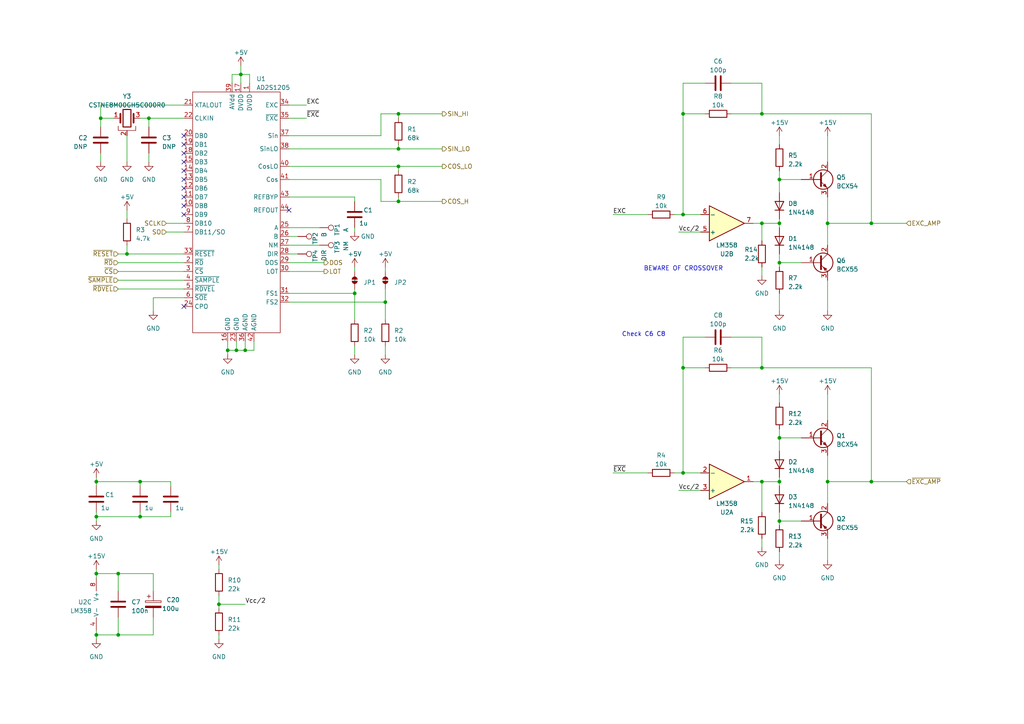
<source format=kicad_sch>
(kicad_sch (version 20230121) (generator eeschema)
  (paper "A4")
  (lib_symbols
    (symbol "Amplifier_Operational:LM358" (pin_names (offset 0.127))
      (property "Reference" "U" (at 0 5.08 0))
      (property "Value" "LM358" (at 0 -5.08 0))
      (symbol "LM358_1_1"
        (polyline (pts (xy -5.08 5.08) (xy 5.08 0) (xy -5.08 -5.08) (xy -5.08 5.08)) (stroke (width 0.254)) (fill (type background)))
        (pin output line (at 7.62 0 180) (length 2.54) (name "~") (number "1"))
        (pin input line (at -7.62 -2.54 0) (length 2.54) (name "-") (number "2"))
        (pin input line (at -7.62 2.54 0) (length 2.54) (name "+") (number "3"))
      )
      (symbol "LM358_2_1"
        (polyline (pts (xy -5.08 5.08) (xy 5.08 0) (xy -5.08 -5.08) (xy -5.08 5.08)) (stroke (width 0.254)) (fill (type background)))
        (pin input line (at -7.62 2.54 0) (length 2.54) (name "+") (number "5"))
        (pin input line (at -7.62 -2.54 0) (length 2.54) (name "-") (number "6"))
        (pin output line (at 7.62 0 180) (length 2.54) (name "~") (number "7"))
      )
      (symbol "LM358_3_1"
        (pin power_in line (at -2.54 -7.62 90) (length 3.81) (name "V-") (number "4"))
        (pin power_in line (at -2.54 7.62 270) (length 3.81) (name "V+") (number "8"))
      )
    )
    (symbol "Connector:TestPoint" (pin_numbers hide) (pin_names (offset 0.762) hide)
      (property "Reference" "TP" (at 0 6.858 0))
      (property "Value" "TestPoint" (at 0 5.08 0))
      (symbol "TestPoint_0_1"
        (circle (center 0 3.302) (radius 0.762))
      )
      (symbol "TestPoint_1_1"
        (pin passive line (at 0 0 90) (length 2.54) (name "1") (number "1"))
      )
    )
    (symbol "Device:C" (pin_numbers hide) (pin_names (offset 0.254))
      (property "Reference" "C" (at 0.635 2.54 0))
      (property "Value" "C" (at 0.635 -2.54 0))
      (symbol "C_0_1"
        (polyline (pts (xy -2.032 -0.762) (xy 2.032 -0.762)) (stroke (width 0.508)))
        (polyline (pts (xy -2.032 0.762) (xy 2.032 0.762)) (stroke (width 0.508)))
      )
      (symbol "C_1_1"
        (pin passive line (at 0 3.81 270) (length 2.794) (name "~") (number "1"))
        (pin passive line (at 0 -3.81 90) (length 2.794) (name "~") (number "2"))
      )
    )
    (symbol "Device:C_Polarized" (pin_numbers hide) (pin_names (offset 0.254))
      (property "Reference" "C" (at 0.635 2.54 0))
      (property "Value" "C_Polarized" (at 0.635 -2.54 0))
      (symbol "C_Polarized_0_1"
        (rectangle (start -2.286 0.508) (end 2.286 1.016))
        (polyline (pts (xy -1.778 2.286) (xy -0.762 2.286)))
        (polyline (pts (xy -1.27 2.794) (xy -1.27 1.778)))
        (rectangle (start 2.286 -0.508) (end -2.286 -1.016) (fill (type outline)))
      )
      (symbol "C_Polarized_1_1"
        (pin passive line (at 0 3.81 270) (length 2.794) (name "~") (number "1"))
        (pin passive line (at 0 -3.81 90) (length 2.794) (name "~") (number "2"))
      )
    )
    (symbol "Device:Crystal_GND2" (pin_names (offset 1.016) hide)
      (property "Reference" "Y" (at 0 5.715 0))
      (property "Value" "Crystal_GND2" (at 0 3.81 0))
      (symbol "Crystal_GND2_0_1"
        (rectangle (start -1.143 2.54) (end 1.143 -2.54) (stroke (width 0.3048)))
        (polyline (pts (xy -2.54 0) (xy -1.905 0)))
        (polyline (pts (xy -1.905 -1.27) (xy -1.905 1.27)) (stroke (width 0.508)))
        (polyline (pts (xy 0 -3.81) (xy 0 -3.556)))
        (polyline (pts (xy 1.905 0) (xy 2.54 0)))
        (polyline (pts (xy 1.905 1.27) (xy 1.905 -1.27)) (stroke (width 0.508)))
        (polyline (pts (xy -2.54 -2.286) (xy -2.54 -3.556) (xy 2.54 -3.556) (xy 2.54 -2.286)))
      )
      (symbol "Crystal_GND2_1_1"
        (pin passive line (at -3.81 0 0) (length 1.27) (name "1") (number "1"))
        (pin passive line (at 0 -5.08 90) (length 1.27) (name "2") (number "2"))
        (pin passive line (at 3.81 0 180) (length 1.27) (name "3") (number "3"))
      )
    )
    (symbol "Device:Q_NPN_BCE" (pin_names (offset 0) hide)
      (property "Reference" "Q" (at 5.08 1.27 0))
      (property "Value" "Q_NPN_BCE" (at 5.08 -1.27 0))
      (symbol "Q_NPN_BCE_0_1"
        (polyline (pts (xy 0.635 0.635) (xy 2.54 2.54)))
        (polyline (pts (xy 0.635 -0.635) (xy 2.54 -2.54) (xy 2.54 -2.54)))
        (polyline (pts (xy 0.635 1.905) (xy 0.635 -1.905) (xy 0.635 -1.905)) (stroke (width 0.508)))
        (polyline (pts (xy 1.27 -1.778) (xy 1.778 -1.27) (xy 2.286 -2.286) (xy 1.27 -1.778) (xy 1.27 -1.778)) (fill (type outline)))
        (circle (center 1.27 0) (radius 2.8194) (stroke (width 0.254)))
      )
      (symbol "Q_NPN_BCE_1_1"
        (pin input line (at -5.08 0 0) (length 5.715) (name "B") (number "1"))
        (pin passive line (at 2.54 5.08 270) (length 2.54) (name "C") (number "2"))
        (pin passive line (at 2.54 -5.08 90) (length 2.54) (name "E") (number "3"))
      )
    )
    (symbol "Device:Q_PNP_BCE" (pin_names (offset 0) hide)
      (property "Reference" "Q" (at 5.08 1.27 0))
      (property "Value" "Q_PNP_BCE" (at 5.08 -1.27 0))
      (symbol "Q_PNP_BCE_0_1"
        (polyline (pts (xy 0.635 0.635) (xy 2.54 2.54)))
        (polyline (pts (xy 0.635 -0.635) (xy 2.54 -2.54) (xy 2.54 -2.54)))
        (polyline (pts (xy 0.635 1.905) (xy 0.635 -1.905) (xy 0.635 -1.905)) (stroke (width 0.508)))
        (polyline (pts (xy 2.286 -1.778) (xy 1.778 -2.286) (xy 1.27 -1.27) (xy 2.286 -1.778) (xy 2.286 -1.778)) (fill (type outline)))
        (circle (center 1.27 0) (radius 2.8194) (stroke (width 0.254)))
      )
      (symbol "Q_PNP_BCE_1_1"
        (pin input line (at -5.08 0 0) (length 5.715) (name "B") (number "1"))
        (pin passive line (at 2.54 5.08 270) (length 2.54) (name "C") (number "2"))
        (pin passive line (at 2.54 -5.08 90) (length 2.54) (name "E") (number "3"))
      )
    )
    (symbol "Device:R" (pin_numbers hide) (pin_names (offset 0))
      (property "Reference" "R" (at 2.032 0 90))
      (property "Value" "R" (at 0 0 90))
      (symbol "R_0_1"
        (rectangle (start -1.016 -2.54) (end 1.016 2.54) (stroke (width 0.254)))
      )
      (symbol "R_1_1"
        (pin passive line (at 0 3.81 270) (length 1.27) (name "~") (number "1"))
        (pin passive line (at 0 -3.81 90) (length 1.27) (name "~") (number "2"))
      )
    )
    (symbol "MEMS_Discrete_Semiconductors:D_1N4148WS-SOD323" (pin_numbers hide) (pin_names (offset 1.016) hide)
      (property "Reference" "D" (at 0 2.54 0))
      (property "Value" "1N4148" (at 0 -2.54 0))
      (symbol "D_1N4148WS-SOD323_0_1"
        (polyline (pts (xy -1.27 1.27) (xy -1.27 -1.27)) (stroke (width 0.254)))
        (polyline (pts (xy 1.27 0) (xy -1.27 0)))
        (polyline (pts (xy 1.27 1.27) (xy 1.27 -1.27) (xy -1.27 0) (xy 1.27 1.27)) (stroke (width 0.254)))
      )
      (symbol "D_1N4148WS-SOD323_1_1"
        (pin passive line (at -3.81 0 0) (length 2.54) (name "K") (number "1"))
        (pin passive line (at 3.81 0 180) (length 2.54) (name "A") (number "2"))
      )
    )
    (symbol "MEMS_IC:AD2S1205"
      (property "Reference" "U" (at 1.27 36.83 90))
      (property "Value" "AD2S1205" (at 1.27 36.83 90))
      (symbol "AD2S1205_0_1"
        (rectangle (start -13.97 35.56) (end 11.43 -34.29))
        (rectangle (start 11.43 -34.29) (end 11.43 -34.29))
      )
      (symbol "AD2S1205_1_1"
        (pin power_in line (at 2.54 38.1 270) (length 2.54) (name "DVDD") (number "1"))
        (pin input line (at -16.51 2.54 0) (length 2.54) (name "DB8") (number "10"))
        (pin input line (at -16.51 5.08 0) (length 2.54) (name "DB7") (number "11"))
        (pin input line (at -16.51 7.62 0) (length 2.54) (name "DB6") (number "12"))
        (pin input line (at -16.51 10.16 0) (length 2.54) (name "DB5") (number "13"))
        (pin input line (at -16.51 12.7 0) (length 2.54) (name "DB4") (number "14"))
        (pin input line (at -16.51 15.24 0) (length 2.54) (name "DB3") (number "15"))
        (pin power_in line (at -3.81 -36.83 90) (length 2.54) (name "GND") (number "16"))
        (pin power_in line (at 0 38.1 270) (length 2.54) (name "DVDD") (number "17"))
        (pin input line (at -16.51 17.78 0) (length 2.54) (name "DB2") (number "18"))
        (pin input line (at -16.51 20.32 0) (length 2.54) (name "DB1") (number "19"))
        (pin input line (at -16.51 -13.97 0) (length 2.54) (name "~{RD}") (number "2"))
        (pin input line (at -16.51 22.86 0) (length 2.54) (name "DB0") (number "20"))
        (pin input line (at -16.51 31.75 0) (length 2.54) (name "XTALOUT") (number "21"))
        (pin input line (at -16.51 27.94 0) (length 2.54) (name "CLKIN") (number "22"))
        (pin power_in line (at -1.27 -36.83 90) (length 2.54) (name "GND") (number "23"))
        (pin input line (at -16.51 -26.67 0) (length 2.54) (name "CPO") (number "24"))
        (pin input line (at 13.97 -3.81 180) (length 2.54) (name "A") (number "25"))
        (pin input line (at 13.97 -6.35 180) (length 2.54) (name "B") (number "26"))
        (pin input line (at 13.97 -8.89 180) (length 2.54) (name "NM") (number "27"))
        (pin input line (at 13.97 -11.43 180) (length 2.54) (name "DIR") (number "28"))
        (pin input line (at 13.97 -13.97 180) (length 2.54) (name "DOS") (number "29"))
        (pin input line (at -16.51 -16.51 0) (length 2.54) (name "~{CS}") (number "3"))
        (pin input line (at 13.97 -16.51 180) (length 2.54) (name "LOT") (number "30"))
        (pin input line (at 13.97 -22.86 180) (length 2.54) (name "FS1") (number "31"))
        (pin input line (at 13.97 -25.4 180) (length 2.54) (name "FS2") (number "32"))
        (pin input line (at -16.51 -11.43 0) (length 2.54) (name "~{RESET}") (number "33"))
        (pin input line (at 13.97 31.75 180) (length 2.54) (name "EXC") (number "34"))
        (pin input line (at 13.97 27.94 180) (length 2.54) (name "~{EXC}") (number "35"))
        (pin power_in line (at 1.27 -36.83 90) (length 2.54) (name "AGND") (number "36"))
        (pin input line (at 13.97 22.86 180) (length 2.54) (name "Sin") (number "37"))
        (pin input line (at 13.97 19.05 180) (length 2.54) (name "SinLO") (number "38"))
        (pin power_in line (at -2.54 38.1 270) (length 2.54) (name "AVdd") (number "39"))
        (pin input line (at -16.51 -19.05 0) (length 2.54) (name "~{SAMPLE}") (number "4"))
        (pin input line (at 13.97 13.97 180) (length 2.54) (name "CosLO") (number "40"))
        (pin input line (at 13.97 10.16 180) (length 2.54) (name "Cos") (number "41"))
        (pin power_in line (at 3.81 -36.83 90) (length 2.54) (name "AGND") (number "42"))
        (pin input line (at 13.97 5.08 180) (length 2.54) (name "REFBYP") (number "43"))
        (pin input line (at 13.97 1.27 180) (length 2.54) (name "REFOUT") (number "44"))
        (pin input line (at -16.51 -21.59 0) (length 2.54) (name "~{RDVEL}") (number "5"))
        (pin input line (at -16.51 -24.13 0) (length 2.54) (name "~{SOE}") (number "6"))
        (pin input line (at -16.51 -5.08 0) (length 2.54) (name "DB11/SO") (number "7"))
        (pin input line (at -16.51 -2.54 0) (length 2.54) (name "DB10") (number "8"))
        (pin input line (at -16.51 0 0) (length 2.54) (name "DB9") (number "9"))
      )
    )
    (symbol "MEMS_Passive:SolderableJumper" (pin_numbers hide) (pin_names hide)
      (property "Reference" "JP" (at 0 2.54 0))
      (symbol "SolderableJumper_1_1"
        (arc (start -0.254 0.762) (mid -0.9949 0) (end -0.254 -0.762) (fill (type outline)))
        (polyline (pts (xy -1.27 0) (xy -0.762 0)))
        (polyline (pts (xy -0.254 0.762) (xy -0.254 -0.762)))
        (polyline (pts (xy 0.254 -0.762) (xy 0.254 0.762)))
        (polyline (pts (xy 1.27 0) (xy 0.762 0)))
        (arc (start 0.254 -0.762) (mid 0.9949 0) (end 0.254 0.762) (fill (type outline)))
        (pin passive line (at -2.54 0 0) (length 1.27) (name "~") (number "1"))
        (pin passive line (at 2.54 0 180) (length 1.27) (name "~") (number "2"))
      )
    )
    (symbol "power:+15V" (power) (pin_names (offset 0))
      (property "Value" "+15V" (at 0 3.556 0))
      (symbol "+15V_0_1"
        (polyline (pts (xy -0.762 1.27) (xy 0 2.54)))
        (polyline (pts (xy 0 0) (xy 0 2.54)))
        (polyline (pts (xy 0 2.54) (xy 0.762 1.27)))
      )
      (symbol "+15V_1_1"
        (pin power_in line (at 0 0 90) (length 0) hide (name "+15V") (number "1"))
      )
    )
    (symbol "power:+5V" (power) (pin_names (offset 0))
      (property "Value" "+5V" (at 0 3.556 0))
      (symbol "+5V_0_1"
        (polyline (pts (xy -0.762 1.27) (xy 0 2.54)))
        (polyline (pts (xy 0 0) (xy 0 2.54)))
        (polyline (pts (xy 0 2.54) (xy 0.762 1.27)))
      )
      (symbol "+5V_1_1"
        (pin power_in line (at 0 0 90) (length 0) hide (name "+5V") (number "1"))
      )
    )
    (symbol "power:GND" (power) (pin_names (offset 0))
      (property "Value" "GND" (at 0 -3.81 0))
      (symbol "GND_0_1"
        (polyline (pts (xy 0 0) (xy 0 -1.27) (xy 1.27 -1.27) (xy 0 -2.54) (xy -1.27 -1.27) (xy 0 -1.27)))
      )
      (symbol "GND_1_1"
        (pin power_in line (at 0 0 270) (length 0) hide (name "GND") (number "1"))
      )
    )
  )
  (junction (at 29.21 34.29))
  (junction (at 226.06 139.7))
  (junction (at 66.04 101.6))
  (junction (at 27.94 139.7))
  (junction (at 220.98 33.02))
  (junction (at 220.98 106.68))
  (junction (at 102.87 85.09))
  (junction (at 226.06 76.2))
  (junction (at 240.03 64.77))
  (junction (at 198.12 137.16))
  (junction (at 252.73 64.77))
  (junction (at 71.12 101.6))
  (junction (at 40.64 149.86))
  (junction (at 63.5 175.26))
  (junction (at 226.06 52.07))
  (junction (at 226.06 64.77))
  (junction (at 68.58 101.6))
  (junction (at 115.57 58.42))
  (junction (at 198.12 62.23))
  (junction (at 69.85 21.59))
  (junction (at 40.64 139.7))
  (junction (at 27.94 166.37))
  (junction (at 34.29 166.37))
  (junction (at 220.98 64.77))
  (junction (at 240.03 139.7))
  (junction (at 27.94 184.15))
  (junction (at 252.73 139.7))
  (junction (at 226.06 127))
  (junction (at 36.83 73.66))
  (junction (at 115.57 48.26))
  (junction (at 115.57 33.02))
  (junction (at 34.29 184.15))
  (junction (at 220.98 139.7))
  (junction (at 111.76 87.63))
  (junction (at 115.57 43.18))
  (junction (at 198.12 33.02))
  (junction (at 43.18 34.29))
  (junction (at 27.94 149.86))
  (junction (at 226.06 151.13))
  (junction (at 198.12 106.68))
  (no_connect (at 53.34 88.9))
  (no_connect (at 53.34 44.45))
  (no_connect (at 53.34 49.53))
  (no_connect (at 53.34 46.99))
  (no_connect (at 53.34 39.37))
  (no_connect (at 53.34 41.91))
  (no_connect (at 53.34 59.69))
  (no_connect (at 53.34 54.61))
  (no_connect (at 53.34 52.07))
  (no_connect (at 53.34 57.15))
  (no_connect (at 53.34 62.23))
  (no_connect (at 83.82 60.96))
  (wire (pts (xy 102.87 77.47) (xy 102.87 78.74)))
  (wire (pts (xy 240.03 57.15) (xy 240.03 64.77)))
  (wire (pts (xy 226.06 124.46) (xy 226.06 127)))
  (wire (pts (xy 83.82 30.48) (xy 88.9 30.48)))
  (wire (pts (xy 226.06 52.07) (xy 226.06 55.88)))
  (wire (pts (xy 29.21 46.99) (xy 29.21 44.45)))
  (wire (pts (xy 48.26 64.77) (xy 53.34 64.77)))
  (wire (pts (xy 73.66 99.06) (xy 73.66 101.6)))
  (wire (pts (xy 83.82 34.29) (xy 88.9 34.29)))
  (wire (pts (xy 102.87 102.87) (xy 102.87 100.33)))
  (wire (pts (xy 83.82 52.07) (xy 110.49 52.07)))
  (wire (pts (xy 63.5 163.83) (xy 63.5 165.1)))
  (wire (pts (xy 226.06 151.13) (xy 226.06 148.59)))
  (wire (pts (xy 240.03 64.77) (xy 240.03 71.12)))
  (wire (pts (xy 83.82 57.15) (xy 102.87 57.15)))
  (wire (pts (xy 71.12 99.06) (xy 71.12 101.6)))
  (wire (pts (xy 83.82 73.66) (xy 86.36 73.66)))
  (wire (pts (xy 198.12 62.23) (xy 203.2 62.23)))
  (wire (pts (xy 53.34 86.36) (xy 44.45 86.36)))
  (wire (pts (xy 110.49 52.07) (xy 110.49 58.42)))
  (wire (pts (xy 83.82 43.18) (xy 115.57 43.18)))
  (wire (pts (xy 73.66 101.6) (xy 71.12 101.6)))
  (wire (pts (xy 34.29 184.15) (xy 44.45 184.15)))
  (wire (pts (xy 177.8 62.23) (xy 187.96 62.23)))
  (wire (pts (xy 240.03 162.56) (xy 240.03 156.21)))
  (wire (pts (xy 71.12 101.6) (xy 68.58 101.6)))
  (wire (pts (xy 83.82 87.63) (xy 111.76 87.63)))
  (wire (pts (xy 196.85 67.31) (xy 203.2 67.31)))
  (wire (pts (xy 71.12 175.26) (xy 63.5 175.26)))
  (wire (pts (xy 115.57 33.02) (xy 128.27 33.02)))
  (wire (pts (xy 29.21 34.29) (xy 33.02 34.29)))
  (wire (pts (xy 226.06 127) (xy 226.06 130.81)))
  (wire (pts (xy 212.09 33.02) (xy 220.98 33.02)))
  (wire (pts (xy 240.03 81.28) (xy 240.03 90.17)))
  (wire (pts (xy 115.57 48.26) (xy 128.27 48.26)))
  (wire (pts (xy 212.09 97.79) (xy 220.98 97.79)))
  (wire (pts (xy 44.45 179.07) (xy 44.45 184.15)))
  (wire (pts (xy 34.29 78.74) (xy 53.34 78.74)))
  (wire (pts (xy 83.82 76.2) (xy 93.98 76.2)))
  (wire (pts (xy 115.57 58.42) (xy 128.27 58.42)))
  (wire (pts (xy 27.94 139.7) (xy 27.94 140.97)))
  (wire (pts (xy 240.03 132.08) (xy 240.03 139.7)))
  (wire (pts (xy 220.98 139.7) (xy 220.98 148.59)))
  (wire (pts (xy 102.87 85.09) (xy 102.87 92.71)))
  (wire (pts (xy 115.57 43.18) (xy 115.57 41.91)))
  (wire (pts (xy 226.06 63.5) (xy 226.06 64.77)))
  (wire (pts (xy 34.29 166.37) (xy 27.94 166.37)))
  (wire (pts (xy 204.47 97.79) (xy 198.12 97.79)))
  (wire (pts (xy 69.85 19.05) (xy 69.85 21.59)))
  (wire (pts (xy 252.73 139.7) (xy 262.89 139.7)))
  (wire (pts (xy 220.98 33.02) (xy 252.73 33.02)))
  (wire (pts (xy 27.94 151.13) (xy 27.94 149.86)))
  (wire (pts (xy 67.31 21.59) (xy 69.85 21.59)))
  (wire (pts (xy 226.06 114.3) (xy 226.06 116.84)))
  (wire (pts (xy 196.85 142.24) (xy 203.2 142.24)))
  (wire (pts (xy 44.45 166.37) (xy 34.29 166.37)))
  (wire (pts (xy 68.58 99.06) (xy 68.58 101.6)))
  (wire (pts (xy 226.06 151.13) (xy 232.41 151.13)))
  (wire (pts (xy 40.64 149.86) (xy 49.53 149.86)))
  (wire (pts (xy 83.82 85.09) (xy 102.87 85.09)))
  (wire (pts (xy 102.87 83.82) (xy 102.87 85.09)))
  (wire (pts (xy 220.98 139.7) (xy 226.06 139.7)))
  (wire (pts (xy 29.21 30.48) (xy 53.34 30.48)))
  (wire (pts (xy 115.57 43.18) (xy 128.27 43.18)))
  (wire (pts (xy 252.73 106.68) (xy 252.73 139.7)))
  (wire (pts (xy 220.98 64.77) (xy 226.06 64.77)))
  (wire (pts (xy 204.47 24.13) (xy 198.12 24.13)))
  (wire (pts (xy 40.64 149.86) (xy 40.64 148.59)))
  (wire (pts (xy 40.64 139.7) (xy 40.64 140.97)))
  (wire (pts (xy 27.94 185.42) (xy 27.94 184.15)))
  (wire (pts (xy 220.98 106.68) (xy 252.73 106.68)))
  (wire (pts (xy 63.5 175.26) (xy 63.5 176.53)))
  (wire (pts (xy 115.57 33.02) (xy 110.49 33.02)))
  (wire (pts (xy 43.18 34.29) (xy 53.34 34.29)))
  (wire (pts (xy 43.18 34.29) (xy 43.18 36.83)))
  (wire (pts (xy 212.09 24.13) (xy 220.98 24.13)))
  (wire (pts (xy 252.73 33.02) (xy 252.73 64.77)))
  (wire (pts (xy 220.98 80.01) (xy 220.98 77.47)))
  (wire (pts (xy 83.82 68.58) (xy 86.36 68.58)))
  (wire (pts (xy 252.73 64.77) (xy 262.89 64.77)))
  (wire (pts (xy 177.8 137.16) (xy 187.96 137.16)))
  (wire (pts (xy 111.76 87.63) (xy 111.76 92.71)))
  (wire (pts (xy 226.06 64.77) (xy 226.06 66.04)))
  (wire (pts (xy 36.83 60.96) (xy 36.83 63.5)))
  (wire (pts (xy 63.5 172.72) (xy 63.5 175.26)))
  (wire (pts (xy 226.06 76.2) (xy 232.41 76.2)))
  (wire (pts (xy 44.45 171.45) (xy 44.45 166.37)))
  (wire (pts (xy 111.76 102.87) (xy 111.76 100.33)))
  (wire (pts (xy 111.76 83.82) (xy 111.76 87.63)))
  (wire (pts (xy 226.06 160.02) (xy 226.06 162.56)))
  (wire (pts (xy 220.98 24.13) (xy 220.98 33.02)))
  (wire (pts (xy 218.44 64.77) (xy 220.98 64.77)))
  (wire (pts (xy 110.49 39.37) (xy 83.82 39.37)))
  (wire (pts (xy 36.83 46.99) (xy 36.83 39.37)))
  (wire (pts (xy 102.87 67.31) (xy 102.87 66.04)))
  (wire (pts (xy 198.12 97.79) (xy 198.12 106.68)))
  (wire (pts (xy 69.85 21.59) (xy 72.39 21.59)))
  (wire (pts (xy 195.58 62.23) (xy 198.12 62.23)))
  (wire (pts (xy 226.06 76.2) (xy 226.06 77.47)))
  (wire (pts (xy 220.98 97.79) (xy 220.98 106.68)))
  (wire (pts (xy 48.26 67.31) (xy 53.34 67.31)))
  (wire (pts (xy 240.03 64.77) (xy 252.73 64.77)))
  (wire (pts (xy 102.87 57.15) (xy 102.87 58.42)))
  (wire (pts (xy 226.06 76.2) (xy 226.06 73.66)))
  (wire (pts (xy 198.12 33.02) (xy 204.47 33.02)))
  (wire (pts (xy 36.83 73.66) (xy 53.34 73.66)))
  (wire (pts (xy 44.45 86.36) (xy 44.45 90.17)))
  (wire (pts (xy 226.06 85.09) (xy 226.06 90.17)))
  (wire (pts (xy 40.64 34.29) (xy 43.18 34.29)))
  (wire (pts (xy 27.94 149.86) (xy 27.94 148.59)))
  (wire (pts (xy 198.12 137.16) (xy 198.12 106.68)))
  (wire (pts (xy 226.06 49.53) (xy 226.06 52.07)))
  (wire (pts (xy 27.94 139.7) (xy 40.64 139.7)))
  (wire (pts (xy 240.03 39.37) (xy 240.03 46.99)))
  (wire (pts (xy 43.18 44.45) (xy 43.18 46.99)))
  (wire (pts (xy 226.06 127) (xy 232.41 127)))
  (wire (pts (xy 67.31 24.13) (xy 67.31 21.59)))
  (wire (pts (xy 34.29 171.45) (xy 34.29 166.37)))
  (wire (pts (xy 49.53 148.59) (xy 49.53 149.86)))
  (wire (pts (xy 110.49 58.42) (xy 115.57 58.42)))
  (wire (pts (xy 115.57 34.29) (xy 115.57 33.02)))
  (wire (pts (xy 198.12 137.16) (xy 203.2 137.16)))
  (wire (pts (xy 34.29 76.2) (xy 53.34 76.2)))
  (wire (pts (xy 34.29 179.07) (xy 34.29 184.15)))
  (wire (pts (xy 69.85 21.59) (xy 69.85 24.13)))
  (wire (pts (xy 110.49 33.02) (xy 110.49 39.37)))
  (wire (pts (xy 198.12 106.68) (xy 204.47 106.68)))
  (wire (pts (xy 218.44 139.7) (xy 220.98 139.7)))
  (wire (pts (xy 83.82 71.12) (xy 92.71 71.12)))
  (wire (pts (xy 34.29 81.28) (xy 53.34 81.28)))
  (wire (pts (xy 240.03 139.7) (xy 252.73 139.7)))
  (wire (pts (xy 49.53 139.7) (xy 49.53 140.97)))
  (wire (pts (xy 68.58 101.6) (xy 66.04 101.6)))
  (wire (pts (xy 83.82 48.26) (xy 115.57 48.26)))
  (wire (pts (xy 27.94 166.37) (xy 27.94 167.64)))
  (wire (pts (xy 220.98 64.77) (xy 220.98 69.85)))
  (wire (pts (xy 240.03 139.7) (xy 240.03 146.05)))
  (wire (pts (xy 198.12 62.23) (xy 198.12 33.02)))
  (wire (pts (xy 226.06 52.07) (xy 232.41 52.07)))
  (wire (pts (xy 212.09 106.68) (xy 220.98 106.68)))
  (wire (pts (xy 63.5 184.15) (xy 63.5 185.42)))
  (wire (pts (xy 83.82 78.74) (xy 93.98 78.74)))
  (wire (pts (xy 36.83 71.12) (xy 36.83 73.66)))
  (wire (pts (xy 34.29 83.82) (xy 53.34 83.82)))
  (wire (pts (xy 195.58 137.16) (xy 198.12 137.16)))
  (wire (pts (xy 83.82 66.04) (xy 92.71 66.04)))
  (wire (pts (xy 29.21 36.83) (xy 29.21 34.29)))
  (wire (pts (xy 66.04 101.6) (xy 66.04 102.87)))
  (wire (pts (xy 27.94 138.43) (xy 27.94 139.7)))
  (wire (pts (xy 226.06 39.37) (xy 226.06 41.91)))
  (wire (pts (xy 27.94 149.86) (xy 40.64 149.86)))
  (wire (pts (xy 34.29 184.15) (xy 27.94 184.15)))
  (wire (pts (xy 226.06 139.7) (xy 226.06 140.97)))
  (wire (pts (xy 198.12 24.13) (xy 198.12 33.02)))
  (wire (pts (xy 111.76 77.47) (xy 111.76 78.74)))
  (wire (pts (xy 34.29 73.66) (xy 36.83 73.66)))
  (wire (pts (xy 66.04 99.06) (xy 66.04 101.6)))
  (wire (pts (xy 40.64 139.7) (xy 49.53 139.7)))
  (wire (pts (xy 29.21 34.29) (xy 29.21 30.48)))
  (wire (pts (xy 27.94 184.15) (xy 27.94 182.88)))
  (wire (pts (xy 220.98 158.75) (xy 220.98 156.21)))
  (wire (pts (xy 115.57 48.26) (xy 115.57 49.53)))
  (wire (pts (xy 27.94 165.1) (xy 27.94 166.37)))
  (wire (pts (xy 226.06 151.13) (xy 226.06 152.4)))
  (wire (pts (xy 226.06 138.43) (xy 226.06 139.7)))
  (wire (pts (xy 72.39 21.59) (xy 72.39 24.13)))
  (wire (pts (xy 115.57 58.42) (xy 115.57 57.15)))
  (wire (pts (xy 240.03 114.3) (xy 240.03 121.92)))
  (text "Check C6 C8" (at 180.34 97.79 0) (effects (font (size 1.27 1.27)) (justify left bottom)))
  (text "BEWARE OF CROSSOVER " (at 186.69 78.74 0) (effects (font (size 1.27 1.27)) (justify left bottom)))
  (label "Vcc{slash}2" (at 196.85 67.31 0))
  (label "~{EXC}" (at 88.9 34.29 0))
  (label "EXC" (at 88.9 30.48 0))
  (label "Vcc{slash}2" (at 196.85 142.24 0))
  (label "EXC" (at 177.8 62.23 0))
  (label "Vcc{slash}2" (at 71.12 175.26 0))
  (label "~{EXC}" (at 177.8 137.16 0))
  (hierarchical_label "SCLK" (shape input) (at 48.26 64.77 180))
  (hierarchical_label "DOS" (shape output) (at 93.98 76.2 0))
  (hierarchical_label "SO" (shape input) (at 48.26 67.31 180))
  (hierarchical_label "~{RDVEL}" (shape input) (at 34.29 83.82 180))
  (hierarchical_label "~{EXC_AMP}" (shape input) (at 262.89 139.7 0))
  (hierarchical_label "SIN_HI" (shape output) (at 128.27 33.02 0))
  (hierarchical_label "~{CS}" (shape input) (at 34.29 78.74 180))
  (hierarchical_label "LOT" (shape output) (at 93.98 78.74 0))
  (hierarchical_label "COS_LO" (shape output) (at 128.27 48.26 0))
  (hierarchical_label "~{RD}" (shape input) (at 34.29 76.2 180))
  (hierarchical_label "~{RESET}" (shape input) (at 34.29 73.66 180))
  (hierarchical_label "EXC_AMP" (shape input) (at 262.89 64.77 0))
  (hierarchical_label "~{SAMPLE}" (shape input) (at 34.29 81.28 180))
  (hierarchical_label "SIN_LO" (shape output) (at 128.27 43.18 0))
  (hierarchical_label "COS_H" (shape output) (at 128.27 58.42 0))
  (symbol (lib_id "power:GND") (at 111.76 102.87 0) (unit 1)
    (property "Reference" "#PWR02" (effects hide))
    (property "Value" "GND" (at 111.76 107.95 0))
    (instances (project "AD2S1205_EVAL" (path "" (reference "#PWR02") (unit 1))) (project "STM32Inverter" (path "" (reference "#PWR018") (unit 1))))
  )
  (symbol (lib_id "power:+5V") (at 36.83 60.96 0) (unit 1)
    (property "Reference" "#PWR06" (effects hide))
    (property "Value" "+5V" (at 36.83 57.15 0))
    (instances (project "AD2S1205_EVAL" (path "" (reference "#PWR06") (unit 1))) (project "STM32Inverter" (path "" (reference "#PWR022") (unit 1))))
  )
  (symbol (lib_id "power:GND") (at 226.06 162.56 0) (unit 1)
    (property "Reference" "#PWR019" (effects hide))
    (property "Value" "GND" (at 226.06 167.64 0))
    (instances (project "AD2S1205_EVAL" (path "" (reference "#PWR019") (unit 1))) (project "STM32Inverter" (path "" (reference "#PWR034") (unit 1))))
  )
  (symbol (lib_id "Connector:TestPoint") (at 86.36 68.58 270) (unit 1)
    (property "Reference" "TP2" (at 91.44 67.31 0) (effects (justify left)))
    (property "Value" "B" (at 93.98 67.31 0) (effects (justify left)))
    (property "Footprint" "TestPoint:TestPoint_Pad_D1.0mm" (effects hide))
  )
  (symbol (lib_id "Device:Q_NPN_BCE") (at 237.49 127 0) (unit 1)
    (property "Reference" "Q1" (at 242.57 126.365 0) (effects (justify left)))
    (property "Value" "BCX54" (at 242.57 128.905 0) (effects (justify left)))
    (property "Footprint" "Package_TO_SOT_SMD:SOT-89-3" (effects hide))
    (property "LCSC" "C475647" (effects hide))
  )
  (symbol (lib_id "Amplifier_Operational:LM358") (at 210.82 139.7 0) (mirror x) (unit 1)
    (property "Reference" "U2" (at 210.82 148.59 0))
    (property "Value" "LM358" (at 210.82 146.05 0))
    (property "Footprint" "Package_SO:SO-8_3.9x4.9mm_P1.27mm" (effects hide))
    (property "Datasheet" "http://www.ti.com/lit/ds/symlink/lm2904-n.pdf" (effects hide))
    (property "LCSC" "C9418" (effects hide))
  )
  (symbol (lib_id "MEMS_Discrete_Semiconductors:D_1N4148WS-SOD323") (at 226.06 134.62 90) (unit 1)
    (property "Reference" "D2" (at 228.6 133.985 90) (effects (justify right)))
    (property "Value" "1N4148" (at 228.6 136.525 90) (effects (justify right)))
    (property "Footprint" "Diode_SMD:D_SOD-323" (effects hide))
    (property "Datasheet" "https://www.mouser.com/datasheet/2/308/1/1N4148WS_D-3006419.pdf" (effects hide))
    (property "Sim.Device" "D" (effects hide))
    (property "Sim.Pins" "1=K 2=A" (effects hide))
    (property "Mouser" "512-1N4148WS" (effects hide))
    (property "MPN" "1N4148WS" (effects hide))
    (property "LCSC" "C727111" (effects hide))
  )
  (symbol (lib_id "MEMS_Discrete_Semiconductors:D_1N4148WS-SOD323") (at 226.06 59.69 90) (unit 1)
    (property "Reference" "D8" (at 228.6 59.055 90) (effects (justify right)))
    (property "Value" "1N4148" (at 228.6 61.595 90) (effects (justify right)))
    (property "Footprint" "Diode_SMD:D_SOD-323" (effects hide))
    (property "Datasheet" "https://www.mouser.com/datasheet/2/308/1/1N4148WS_D-3006419.pdf" (effects hide))
    (property "Sim.Device" "D" (effects hide))
    (property "Sim.Pins" "1=K 2=A" (effects hide))
    (property "Mouser" "512-1N4148WS" (effects hide))
    (property "MPN" "1N4148WS" (effects hide))
    (property "LCSC" "C727111" (effects hide))
  )
  (symbol (lib_id "power:GND") (at 27.94 185.42 0) (mirror y) (unit 1)
    (property "Reference" "#PWR015" (effects hide))
    (property "Value" "GND" (at 27.94 190.5 0))
  )
  (symbol (lib_id "Device:R") (at 220.98 73.66 0) (unit 1)
    (property "Reference" "R14" (at 215.9 72.39 0) (effects (justify left)))
    (property "Value" "2.2k" (at 215.9 74.93 0) (effects (justify left)))
    (property "Footprint" "Resistor_SMD:R_0603_1608Metric_Pad0.98x0.95mm_HandSolder" (effects hide))
    (instances (project "AD2S1205_EVAL" (path "" (reference "R14") (unit 1))) (project "STM32Inverter" (path "" (reference "R13") (unit 1))))
  )
  (symbol (lib_id "power:+15V") (at 27.94 165.1 0) (unit 1)
    (property "Reference" "#PWR014" (effects hide))
    (property "Value" "+15V" (at 27.94 161.29 0))
  )
  (symbol (lib_id "Device:C") (at 40.64 144.78 0) (unit 1)
    (property "Reference" "C1" (effects hide))
    (property "Value" "1u" (at 41.91 147.32 0) (effects (justify left)))
    (property "Footprint" "Capacitor_SMD:C_0402_1005Metric_Pad0.74x0.62mm_HandSolder" (effects hide))
    (property "LCSC" "C126521" (effects hide))
    (instances (project "STM32Inverter" (path "" (reference "C1") (unit 1)) (path "" (reference "C14") (unit 1))))
  )
  (symbol (lib_id "Amplifier_Operational:LM358") (at 25.4 175.26 0) (mirror y) (unit 3)
    (property "Reference" "U2" (at 26.67 174.625 0) (effects (justify left)))
    (property "Value" "LM358" (at 26.67 177.165 0) (effects (justify left)))
    (property "Footprint" "Package_SO:SO-8_3.9x4.9mm_P1.27mm" (effects hide))
    (property "Datasheet" "http://www.ti.com/lit/ds/symlink/lm2904-n.pdf" (effects hide))
    (property "LCSC" "C9418" (effects hide))
  )
  (symbol (lib_id "MEMS_Passive:SolderableJumper") (at 111.76 81.28 90) (unit 1)
    (property "Reference" "JP2" (at 114.3 81.915 90) (effects (justify right)))
    (property "Value" "~" (at 111.76 81.28 0))
    (property "Footprint" "MEMS_Passive:R_0805_2012Metric_Jumper" (effects hide))
    (property "MPN" "NO_MPN" (effects hide))
  )
  (symbol (lib_id "Device:R") (at 115.57 53.34 0) (unit 1)
    (property "Reference" "R2" (at 118.11 52.705 0) (effects (justify left)))
    (property "Value" "68k" (at 118.11 55.245 0) (effects (justify left)))
    (property "Footprint" "Resistor_SMD:R_0603_1608Metric_Pad0.98x0.95mm_HandSolder" (effects hide))
    (instances (project "AD2S1205_EVAL" (path "" (reference "R2") (unit 1))) (project "STM32Inverter" (path "" (reference "R3") (unit 1))))
  )
  (symbol (lib_id "Device:R") (at 63.5 180.34 180) (unit 1)
    (property "Reference" "R11" (at 66.04 179.705 0) (effects (justify right)))
    (property "Value" "22k" (at 66.04 182.245 0) (effects (justify right)))
    (property "Footprint" "Resistor_SMD:R_0603_1608Metric_Pad0.98x0.95mm_HandSolder" (effects hide))
    (instances (project "AD2S1205_EVAL" (path "" (reference "R11") (unit 1))) (project "STM32Inverter" (path "" (reference "R5") (unit 1))))
  )
  (symbol (lib_id "power:+5V") (at 102.87 77.47 0) (unit 1)
    (property "Reference" "#PWR05" (effects hide))
    (property "Value" "+5V" (at 102.87 73.66 0))
    (instances (project "AD2S1205_EVAL" (path "" (reference "#PWR05") (unit 1))) (project "STM32Inverter" (path "" (reference "#PWR013") (unit 1))))
  )
  (symbol (lib_id "Device:Crystal_GND2") (at 36.83 34.29 0) (unit 1)
    (property "Reference" "Y3" (at 36.83 27.94 0))
    (property "Value" "CSTNE8M00GH5C000R0" (at 36.83 30.48 0))
    (property "Footprint" "Crystal:Resonator_SMD_Murata_CSTxExxV-3Pin_3.0x1.1mm_HandSoldering" (effects hide))
    (property "LCSC" "C341525" (effects hide))
  )
  (symbol (lib_id "Device:R") (at 191.77 62.23 90) (unit 1)
    (property "Reference" "R9" (at 191.77 57.15 90))
    (property "Value" "10k" (at 191.77 59.69 90))
    (property "Footprint" "Resistor_SMD:R_0603_1608Metric_Pad0.98x0.95mm_HandSolder" (effects hide))
    (instances (project "AD2S1205_EVAL" (path "" (reference "R9") (unit 1))) (project "STM32Inverter" (path "" (reference "R7") (unit 1))))
  )
  (symbol (lib_id "Device:R") (at 191.77 137.16 90) (unit 1)
    (property "Reference" "R4" (at 191.77 132.08 90))
    (property "Value" "10k" (at 191.77 134.62 90))
    (property "Footprint" "Resistor_SMD:R_0603_1608Metric_Pad0.98x0.95mm_HandSolder" (effects hide))
    (instances (project "AD2S1205_EVAL" (path "" (reference "R4") (unit 1))) (project "STM32Inverter" (path "" (reference "R6") (unit 1))))
  )
  (symbol (lib_id "MEMS_Passive:SolderableJumper") (at 102.87 81.28 90) (unit 1)
    (property "Reference" "JP1" (at 105.41 81.915 90) (effects (justify right)))
    (property "Value" "~" (at 102.87 81.28 0))
    (property "Footprint" "MEMS_Passive:R_0805_2012Metric_Jumper" (effects hide))
    (property "MPN" "NO_MPN" (effects hide))
  )
  (symbol (lib_id "Device:C") (at 102.87 62.23 0) (unit 1)
    (property "Reference" "C1" (at 105.41 60.96 0) (effects (justify left)))
    (property "Value" "1u" (at 104.14 64.77 0) (effects (justify left)))
    (property "Footprint" "Capacitor_SMD:C_0402_1005Metric_Pad0.74x0.62mm_HandSolder" (effects hide))
    (property "LCSC" "C126521" (effects hide))
    (instances (project "STM32Inverter" (path "" (reference "C1") (unit 1)) (path "" (reference "C16") (unit 1))))
  )
  (symbol (lib_id "MEMS_Discrete_Semiconductors:D_1N4148WS-SOD323") (at 226.06 144.78 90) (unit 1)
    (property "Reference" "D3" (at 228.6 144.145 90) (effects (justify right)))
    (property "Value" "1N4148" (at 228.6 146.685 90) (effects (justify right)))
    (property "Footprint" "Diode_SMD:D_SOD-323" (effects hide))
    (property "Datasheet" "https://www.mouser.com/datasheet/2/308/1/1N4148WS_D-3006419.pdf" (effects hide))
    (property "Sim.Device" "D" (effects hide))
    (property "Sim.Pins" "1=K 2=A" (effects hide))
    (property "Mouser" "512-1N4148WS" (effects hide))
    (property "MPN" "1N4148WS" (effects hide))
    (property "LCSC" "C727111" (effects hide))
  )
  (symbol (lib_id "power:GND") (at 36.83 46.99 0) (unit 1)
    (property "Reference" "#PWR04" (effects hide))
    (property "Value" "GND" (at 36.83 52.07 0))
    (instances (project "AD2S1205_EVAL" (path "" (reference "#PWR04") (unit 1))) (project "STM32Inverter" (path "" (reference "#PWR079") (unit 1))))
  )
  (symbol (lib_id "Connector:TestPoint") (at 92.71 66.04 270) (unit 1)
    (property "Reference" "TP1" (at 97.79 64.77 0) (effects (justify left)))
    (property "Value" "A" (at 100.33 66.04 0) (effects (justify left)))
    (property "Footprint" "TestPoint:TestPoint_Pad_D1.0mm" (effects hide))
  )
  (symbol (lib_id "Device:C") (at 27.94 144.78 0) (unit 1)
    (property "Reference" "C1" (at 30.48 143.51 0) (effects (justify left)))
    (property "Value" "1u" (at 29.21 147.32 0) (effects (justify left)))
    (property "Footprint" "Capacitor_SMD:C_0402_1005Metric_Pad0.74x0.62mm_HandSolder" (effects hide))
    (property "LCSC" "C126521" (effects hide))
    (instances (project "STM32Inverter" (path "" (reference "C1") (unit 1)) (path "" (reference "C12") (unit 1))))
  )
  (symbol (lib_id "power:+5V") (at 111.76 77.47 0) (unit 1)
    (property "Reference" "#PWR05" (effects hide))
    (property "Value" "+5V" (at 111.76 73.66 0))
    (instances (project "AD2S1205_EVAL" (path "" (reference "#PWR05") (unit 1))) (project "STM32Inverter" (path "" (reference "#PWR017") (unit 1))))
  )
  (symbol (lib_id "power:+15V") (at 240.03 39.37 0) (unit 1)
    (property "Reference" "#PWR055" (effects hide))
    (property "Value" "+15V" (at 240.03 35.56 0))
  )
  (symbol (lib_id "Device:R") (at 111.76 96.52 0) (unit 1)
    (property "Reference" "R2" (at 114.3 95.885 0) (effects (justify left)))
    (property "Value" "10k" (at 114.3 98.425 0) (effects (justify left)))
    (property "Footprint" "Resistor_SMD:R_0603_1608Metric_Pad0.98x0.95mm_HandSolder" (effects hide))
    (instances (project "AD2S1205_EVAL" (path "" (reference "R2") (unit 1))) (project "STM32Inverter" (path "" (reference "R17") (unit 1))))
  )
  (symbol (lib_id "power:GND") (at 66.04 102.87 0) (unit 1)
    (property "Reference" "#PWR02" (effects hide))
    (property "Value" "GND" (at 66.04 107.95 0))
    (instances (project "AD2S1205_EVAL" (path "" (reference "#PWR02") (unit 1))) (project "STM32Inverter" (path "" (reference "#PWR026") (unit 1))))
  )
  (symbol (lib_id "power:GND") (at 43.18 46.99 0) (unit 1)
    (property "Reference" "#PWR04" (effects hide))
    (property "Value" "GND" (at 43.18 52.07 0))
    (instances (project "AD2S1205_EVAL" (path "" (reference "#PWR04") (unit 1))) (project "STM32Inverter" (path "" (reference "#PWR024") (unit 1))))
  )
  (symbol (lib_id "power:+5V") (at 27.94 138.43 0) (unit 1)
    (property "Reference" "#PWR022" (effects hide))
    (property "Value" "+5V" (at 27.94 134.62 0))
    (instances (project "AD2S1205_EVAL" (path "" (reference "#PWR022") (unit 1))) (project "STM32Inverter" (path "" (reference "#PWR019") (unit 1))))
  )
  (symbol (lib_id "power:GND") (at 240.03 90.17 0) (unit 1)
    (property "Reference" "#PWR014" (effects hide))
    (property "Value" "GND" (at 240.03 95.25 0))
    (instances (project "AD2S1205_EVAL" (path "" (reference "#PWR014") (unit 1))) (project "STM32Inverter" (path "" (reference "#PWR041") (unit 1))))
  )
  (symbol (lib_id "power:GND") (at 102.87 102.87 0) (unit 1)
    (property "Reference" "#PWR02" (effects hide))
    (property "Value" "GND" (at 102.87 107.95 0))
    (instances (project "AD2S1205_EVAL" (path "" (reference "#PWR02") (unit 1))) (project "STM32Inverter" (path "" (reference "#PWR016") (unit 1))))
  )
  (symbol (lib_id "Device:R") (at 220.98 152.4 0) (unit 1)
    (property "Reference" "R15" (at 214.63 151.13 0) (effects (justify left)))
    (property "Value" "2.2k" (at 214.63 153.67 0) (effects (justify left)))
    (property "Footprint" "Resistor_SMD:R_0603_1608Metric_Pad0.98x0.95mm_HandSolder" (effects hide))
    (instances (project "AD2S1205_EVAL" (path "" (reference "R15") (unit 1))) (project "STM32Inverter" (path "" (reference "R10") (unit 1))))
  )
  (symbol (lib_id "Device:Q_NPN_BCE") (at 237.49 52.07 0) (unit 1)
    (property "Reference" "Q5" (at 242.57 51.435 0) (effects (justify left)))
    (property "Value" "BCX54" (at 242.57 53.975 0) (effects (justify left)))
    (property "Footprint" "Package_TO_SOT_SMD:SOT-89-3" (effects hide))
    (property "LCSC" "C475647" (effects hide))
  )
  (symbol (lib_id "power:GND") (at 44.45 90.17 0) (unit 1)
    (property "Reference" "#PWR08" (effects hide))
    (property "Value" "GND" (at 44.45 95.25 0))
    (instances (project "AD2S1205_EVAL" (path "" (reference "#PWR08") (unit 1))) (project "STM32Inverter" (path "" (reference "#PWR025") (unit 1))))
  )
  (symbol (lib_id "power:GND") (at 220.98 80.01 0) (unit 1)
    (property "Reference" "#PWR028" (effects hide))
    (property "Value" "GND" (at 220.98 85.09 0))
    (instances (project "AD2S1205_EVAL" (path "" (reference "#PWR028") (unit 1))) (project "STM32Inverter" (path "" (reference "#PWR035") (unit 1))))
  )
  (symbol (lib_id "Device:R") (at 226.06 120.65 0) (unit 1)
    (property "Reference" "R12" (at 228.6 120.015 0) (effects (justify left)))
    (property "Value" "2.2k" (at 228.6 122.555 0) (effects (justify left)))
    (property "Footprint" "Resistor_SMD:R_0603_1608Metric_Pad0.98x0.95mm_HandSolder" (effects hide))
    (instances (project "AD2S1205_EVAL" (path "" (reference "R12") (unit 1))) (project "STM32Inverter" (path "" (reference "R11") (unit 1))))
  )
  (symbol (lib_id "Device:C") (at 208.28 97.79 90) (unit 1)
    (property "Reference" "C8" (at 208.28 91.44 90))
    (property "Value" "100p" (at 208.28 93.98 90))
    (property "Footprint" "Capacitor_SMD:C_0603_1608Metric_Pad1.08x0.95mm_HandSolder" (effects hide))
    (property "Field4" "mamy" (effects hide))
    (property "LCSC" "C126576" (effects hide))
    (instances (project "AD2S1205_EVAL" (path "" (reference "C8") (unit 1))) (project "STM32Inverter" (path "" (reference "C18") (unit 1))))
  )
  (symbol (lib_id "power:+15V") (at 63.5 163.83 0) (unit 1)
    (property "Reference" "#PWR038" (effects hide))
    (property "Value" "+15V" (at 63.5 160.02 0))
  )
  (symbol (lib_id "power:GND") (at 220.98 158.75 0) (unit 1)
    (property "Reference" "#PWR029" (effects hide))
    (property "Value" "GND" (at 220.98 163.83 0))
    (instances (project "AD2S1205_EVAL" (path "" (reference "#PWR029") (unit 1))) (project "STM32Inverter" (path "" (reference "#PWR032") (unit 1))))
  )
  (symbol (lib_id "MEMS_Discrete_Semiconductors:D_1N4148WS-SOD323") (at 226.06 69.85 90) (unit 1)
    (property "Reference" "D1" (at 228.6 69.215 90) (effects (justify right)))
    (property "Value" "1N4148" (at 228.6 71.755 90) (effects (justify right)))
    (property "Footprint" "Diode_SMD:D_SOD-323" (effects hide))
    (property "Datasheet" "https://www.mouser.com/datasheet/2/308/1/1N4148WS_D-3006419.pdf" (effects hide))
    (property "Sim.Device" "D" (effects hide))
    (property "Sim.Pins" "1=K 2=A" (effects hide))
    (property "Mouser" "512-1N4148WS" (effects hide))
    (property "MPN" "1N4148WS" (effects hide))
    (property "LCSC" "C727111" (effects hide))
  )
  (symbol (lib_id "Device:C_Polarized") (at 44.45 175.26 0) (unit 1)
    (property "Reference" "C20" (at 48.26 173.99 0) (effects (justify left)))
    (property "Value" "100u" (at 46.99 176.53 0) (effects (justify left)))
    (property "Footprint" "Capacitor_SMD:CP_Elec_6.3x7.7" (effects hide))
    (property "LCSC" "C2972718" (effects hide))
  )
  (symbol (lib_id "Device:R") (at 63.5 168.91 180) (unit 1)
    (property "Reference" "R10" (at 66.04 168.275 0) (effects (justify right)))
    (property "Value" "22k" (at 66.04 170.815 0) (effects (justify right)))
    (property "Footprint" "Resistor_SMD:R_0603_1608Metric_Pad0.98x0.95mm_HandSolder" (effects hide))
    (instances (project "AD2S1205_EVAL" (path "" (reference "R10") (unit 1))) (project "STM32Inverter" (path "" (reference "R4") (unit 1))))
  )
  (symbol (lib_id "power:GND") (at 240.03 162.56 0) (unit 1)
    (property "Reference" "#PWR021" (effects hide))
    (property "Value" "GND" (at 240.03 167.64 0))
    (instances (project "AD2S1205_EVAL" (path "" (reference "#PWR021") (unit 1))) (project "STM32Inverter" (path "" (reference "#PWR039") (unit 1))))
  )
  (symbol (lib_id "power:+5V") (at 69.85 19.05 0) (unit 1)
    (property "Reference" "#PWR05" (effects hide))
    (property "Value" "+5V" (at 69.85 15.24 0))
    (instances (project "AD2S1205_EVAL" (path "" (reference "#PWR05") (unit 1))) (project "STM32Inverter" (path "" (reference "#PWR027") (unit 1))))
  )
  (symbol (lib_id "Device:R") (at 208.28 106.68 90) (unit 1)
    (property "Reference" "R6" (at 208.28 101.6 90))
    (property "Value" "10k" (at 208.28 104.14 90))
    (property "Footprint" "Resistor_SMD:R_0603_1608Metric_Pad0.98x0.95mm_HandSolder" (effects hide))
    (instances (project "AD2S1205_EVAL" (path "" (reference "R6") (unit 1))) (project "STM32Inverter" (path "" (reference "R8") (unit 1))))
  )
  (symbol (lib_id "MEMS_IC:AD2S1205") (at 69.85 62.23 0) (unit 1)
    (property "Reference" "U1" (at 74.3459 22.86 0) (effects (justify left)))
    (property "Value" "AD2S1205" (at 74.3459 25.4 0) (effects (justify left)))
    (property "Footprint" "Package_QFP:LQFP-44_10x10mm_P0.8mm" (effects hide))
    (property "Datasheet" "https://www.analog.com/media/en/technical-documentation/data-sheets/AD2S1205.pdf" (effects hide))
    (property "LCSC" "C55012" (effects hide))
    (instances (project "AD2S1205_EVAL" (path "" (reference "U1") (unit 1))) (project "STM32Inverter" (path "" (reference "U3") (unit 1))))
  )
  (symbol (lib_id "Device:C") (at 43.18 40.64 0) (unit 1)
    (property "Reference" "C3" (at 46.99 40.005 0) (effects (justify left)))
    (property "Value" "DNP" (at 46.99 42.545 0) (effects (justify left)))
    (property "Footprint" "Capacitor_SMD:C_0603_1608Metric_Pad1.08x0.95mm_HandSolder" (effects hide))
    (instances (project "AD2S1205_EVAL" (path "" (reference "C3") (unit 1))) (project "STM32Inverter" (path "" (reference "C15") (unit 1))))
  )
  (symbol (lib_id "Device:Q_PNP_BCE") (at 237.49 76.2 0) (unit 1)
    (property "Reference" "Q6" (at 242.57 75.565 0) (effects (justify left)))
    (property "Value" "BCX55" (at 242.57 78.105 0) (effects (justify left)))
    (property "Footprint" "Package_TO_SOT_SMD:SOT-89-3" (effects hide))
    (property "LCSC" "C475649" (effects hide))
  )
  (symbol (lib_id "power:+15V") (at 240.03 114.3 0) (unit 1)
    (property "Reference" "#PWR040" (effects hide))
    (property "Value" "+15V" (at 240.03 110.49 0))
  )
  (symbol (lib_id "Connector:TestPoint") (at 92.71 71.12 270) (unit 1)
    (property "Reference" "TP3" (at 97.79 69.85 0) (effects (justify left)))
    (property "Value" "NM" (at 100.33 69.85 0) (effects (justify left)))
    (property "Footprint" "TestPoint:TestPoint_Pad_D1.0mm" (effects hide))
  )
  (symbol (lib_id "power:GND") (at 29.21 46.99 0) (unit 1)
    (property "Reference" "#PWR03" (effects hide))
    (property "Value" "GND" (at 29.21 52.07 0))
    (instances (project "AD2S1205_EVAL" (path "" (reference "#PWR03") (unit 1))) (project "STM32Inverter" (path "" (reference "#PWR021") (unit 1))))
  )
  (symbol (lib_id "Connector:TestPoint") (at 86.36 73.66 270) (unit 1)
    (property "Reference" "TP4" (at 91.44 72.39 0) (effects (justify left)))
    (property "Value" "DIR" (at 93.98 72.39 0) (effects (justify left)))
    (property "Footprint" "TestPoint:TestPoint_Pad_D1.0mm" (effects hide))
  )
  (symbol (lib_id "Device:R") (at 36.83 67.31 0) (unit 1)
    (property "Reference" "R3" (at 39.37 66.675 0) (effects (justify left)))
    (property "Value" "4.7k" (at 39.37 69.215 0) (effects (justify left)))
    (property "Footprint" "Resistor_SMD:R_0603_1608Metric_Pad0.98x0.95mm_HandSolder" (effects hide))
    (instances (project "AD2S1205_EVAL" (path "" (reference "R3") (unit 1))) (project "STM32Inverter" (path "" (reference "R1") (unit 1))))
  )
  (symbol (lib_id "power:GND") (at 102.87 67.31 0) (unit 1)
    (property "Reference" "#PWR01" (effects hide))
    (property "Value" "GND" (at 106.68 68.58 0))
    (instances (project "AD2S1205_EVAL" (path "" (reference "#PWR01") (unit 1))) (project "STM32Inverter" (path "" (reference "#PWR029") (unit 1))))
  )
  (symbol (lib_id "Device:R") (at 208.28 33.02 90) (unit 1)
    (property "Reference" "R8" (at 208.28 27.94 90))
    (property "Value" "10k" (at 208.28 30.48 90))
    (property "Footprint" "Resistor_SMD:R_0603_1608Metric_Pad0.98x0.95mm_HandSolder" (effects hide))
    (instances (project "AD2S1205_EVAL" (path "" (reference "R8") (unit 1))) (project "STM32Inverter" (path "" (reference "R9") (unit 1))))
  )
  (symbol (lib_id "Device:C") (at 49.53 144.78 0) (unit 1)
    (property "Reference" "C1" (effects hide))
    (property "Value" "1u" (at 50.8 147.32 0) (effects (justify left)))
    (property "Footprint" "Capacitor_SMD:C_0402_1005Metric_Pad0.74x0.62mm_HandSolder" (effects hide))
    (property "LCSC" "C126521" (effects hide))
    (instances (project "STM32Inverter" (path "" (reference "C1") (unit 1)) (path "" (reference "C31") (unit 1))))
  )
  (symbol (lib_id "Device:R") (at 115.57 38.1 0) (unit 1)
    (property "Reference" "R1" (at 118.11 37.465 0) (effects (justify left)))
    (property "Value" "68k" (at 118.11 40.005 0) (effects (justify left)))
    (property "Footprint" "Resistor_SMD:R_0603_1608Metric_Pad0.98x0.95mm_HandSolder" (effects hide))
    (instances (project "AD2S1205_EVAL" (path "" (reference "R1") (unit 1))) (project "STM32Inverter" (path "" (reference "R2") (unit 1))))
  )
  (symbol (lib_id "Device:R") (at 226.06 156.21 0) (unit 1)
    (property "Reference" "R13" (at 228.6 155.575 0) (effects (justify left)))
    (property "Value" "2.2k" (at 228.6 158.115 0) (effects (justify left)))
    (property "Footprint" "Resistor_SMD:R_0603_1608Metric_Pad0.98x0.95mm_HandSolder" (effects hide))
    (instances (project "AD2S1205_EVAL" (path "" (reference "R13") (unit 1))) (project "STM32Inverter" (path "" (reference "R12") (unit 1))))
  )
  (symbol (lib_id "power:+15V") (at 226.06 114.3 0) (unit 1)
    (property "Reference" "#PWR033" (effects hide))
    (property "Value" "+15V" (at 226.06 110.49 0))
  )
  (symbol (lib_id "Device:R") (at 102.87 96.52 0) (unit 1)
    (property "Reference" "R2" (at 105.41 95.885 0) (effects (justify left)))
    (property "Value" "10k" (at 105.41 98.425 0) (effects (justify left)))
    (property "Footprint" "Resistor_SMD:R_0603_1608Metric_Pad0.98x0.95mm_HandSolder" (effects hide))
    (instances (project "AD2S1205_EVAL" (path "" (reference "R2") (unit 1))) (project "STM32Inverter" (path "" (reference "R16") (unit 1))))
  )
  (symbol (lib_id "Device:Q_PNP_BCE") (at 237.49 151.13 0) (unit 1)
    (property "Reference" "Q2" (at 242.57 150.495 0) (effects (justify left)))
    (property "Value" "BCX55" (at 242.57 153.035 0) (effects (justify left)))
    (property "Footprint" "Package_TO_SOT_SMD:SOT-89-3" (effects hide))
    (property "LCSC" "C475649" (effects hide))
  )
  (symbol (lib_id "Device:R") (at 226.06 45.72 0) (unit 1)
    (property "Reference" "R5" (at 228.6 45.085 0) (effects (justify left)))
    (property "Value" "2.2k" (at 228.6 47.625 0) (effects (justify left)))
    (property "Footprint" "Resistor_SMD:R_0603_1608Metric_Pad0.98x0.95mm_HandSolder" (effects hide))
    (instances (project "AD2S1205_EVAL" (path "" (reference "R5") (unit 1))) (project "STM32Inverter" (path "" (reference "R14") (unit 1))))
  )
  (symbol (lib_id "Device:C") (at 34.29 175.26 0) (unit 1)
    (property "Reference" "C7" (at 38.1 174.625 0) (effects (justify left)))
    (property "Value" "100n" (at 38.1 177.165 0) (effects (justify left)))
    (property "Footprint" "Capacitor_SMD:C_0603_1608Metric_Pad1.08x0.95mm_HandSolder" (effects hide))
    (property "LCSC" "C913534" (effects hide))
    (instances (project "AD2S1205_EVAL" (path "" (reference "C7") (unit 1))) (project "STM32Inverter" (path "" (reference "C11") (unit 1))))
  )
  (symbol (lib_id "power:GND") (at 27.94 151.13 0) (unit 1)
    (property "Reference" "#PWR023" (effects hide))
    (property "Value" "GND" (at 27.94 156.21 0))
    (instances (project "AD2S1205_EVAL" (path "" (reference "#PWR023") (unit 1))) (project "STM32Inverter" (path "" (reference "#PWR020") (unit 1))))
  )
  (symbol (lib_id "Device:R") (at 226.06 81.28 0) (unit 1)
    (property "Reference" "R7" (at 228.6 80.645 0) (effects (justify left)))
    (property "Value" "2.2k" (at 228.6 83.185 0) (effects (justify left)))
    (property "Footprint" "Resistor_SMD:R_0603_1608Metric_Pad0.98x0.95mm_HandSolder" (effects hide))
    (instances (project "AD2S1205_EVAL" (path "" (reference "R7") (unit 1))) (project "STM32Inverter" (path "" (reference "R15") (unit 1))))
  )
  (symbol (lib_id "Device:C") (at 208.28 24.13 90) (unit 1)
    (property "Reference" "C6" (at 208.28 17.78 90))
    (property "Value" "100p" (at 208.28 20.32 90))
    (property "Footprint" "Capacitor_SMD:C_0603_1608Metric_Pad1.08x0.95mm_HandSolder" (effects hide))
    (property "Field4" "mamy" (effects hide))
    (property "LCSC" "C126576" (effects hide))
    (instances (project "AD2S1205_EVAL" (path "" (reference "C6") (unit 1))) (project "STM32Inverter" (path "" (reference "C19") (unit 1))))
  )
  (symbol (lib_id "power:GND") (at 226.06 90.17 0) (unit 1)
    (property "Reference" "#PWR013" (effects hide))
    (property "Value" "GND" (at 226.06 95.25 0))
    (instances (project "AD2S1205_EVAL" (path "" (reference "#PWR013") (unit 1))) (project "STM32Inverter" (path "" (reference "#PWR037") (unit 1))))
  )
  (symbol (lib_id "Amplifier_Operational:LM358") (at 210.82 64.77 0) (mirror x) (unit 2)
    (property "Reference" "U2" (at 210.82 73.66 0))
    (property "Value" "LM358" (at 210.82 71.12 0))
    (property "Footprint" "Package_SO:SO-8_3.9x4.9mm_P1.27mm" (effects hide))
    (property "Datasheet" "http://www.ti.com/lit/ds/symlink/lm2904-n.pdf" (effects hide))
    (property "LCSC" "C9418" (effects hide))
  )
  (symbol (lib_id "power:+15V") (at 226.06 39.37 0) (unit 1)
    (property "Reference" "#PWR036" (effects hide))
    (property "Value" "+15V" (at 226.06 35.56 0))
  )
  (symbol (lib_id "power:GND") (at 63.5 185.42 0) (unit 1)
    (property "Reference" "#PWR017" (effects hide))
    (property "Value" "GND" (at 63.5 190.5 0))
    (instances (project "AD2S1205_EVAL" (path "" (reference "#PWR017") (unit 1))) (project "STM32Inverter" (path "" (reference "#PWR031") (unit 1))))
  )
  (symbol (lib_id "Device:C") (at 29.21 40.64 0) (mirror y) (unit 1)
    (property "Reference" "C2" (at 25.4 40.005 0) (effects (justify left)))
    (property "Value" "DNP" (at 25.4 42.545 0) (effects (justify left)))
    (property "Footprint" "Capacitor_SMD:C_0603_1608Metric_Pad1.08x0.95mm_HandSolder" (effects hide))
    (instances (project "AD2S1205_EVAL" (path "" (reference "C2") (unit 1))) (project "STM32Inverter" (path "" (reference "C13") (unit 1))))
  )
)
</source>
